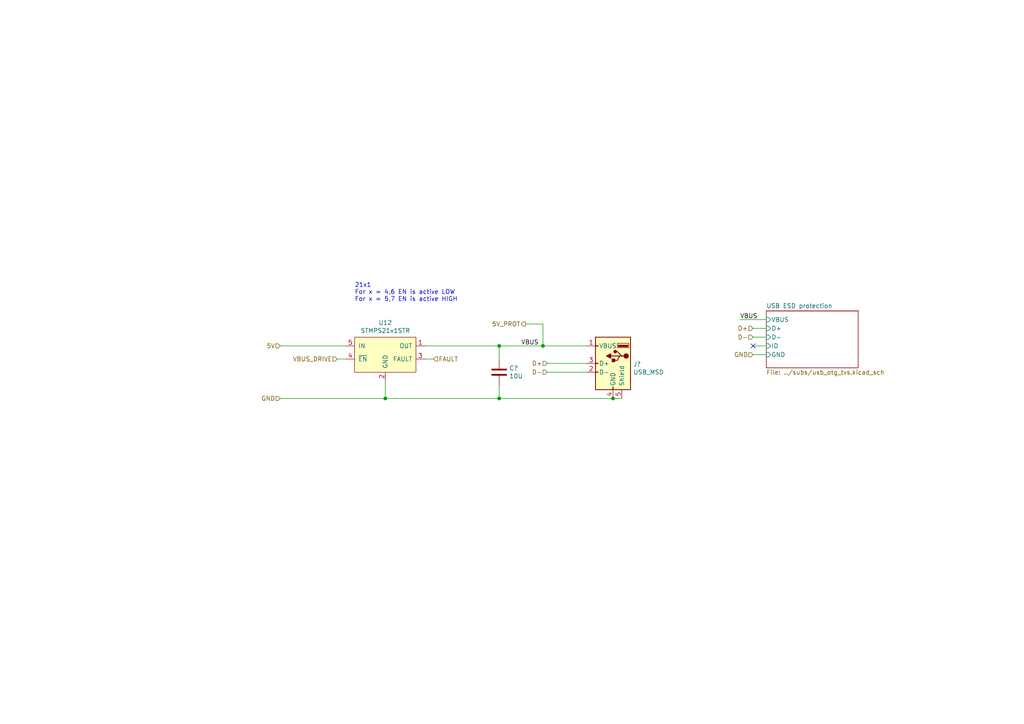
<source format=kicad_sch>
(kicad_sch (version 20211123) (generator eeschema)
  (paper "A4")
  (lib_symbols
    (symbol "Connector:USB_A" (pin_names (offset 1.016))
      (property "Reference" "J" (at -5.08 11.43 0))
      (property "Value" "USB_A" (at -5.08 8.89 0))
      (symbol "USB_A_0_1"
        (rectangle (start -5.08 -7.62) (end 5.08 7.62) (stroke (width 0.254)) (fill (type background)))
        (circle (center -3.81 2.159) (radius 0.635) (stroke (width 0.254)) (fill (type outline)))
        (rectangle (start -1.524 4.826) (end -4.318 5.334) (fill (type outline)))
        (rectangle (start -1.27 4.572) (end -4.572 5.842))
        (circle (center -0.635 3.429) (radius 0.381) (stroke (width 0.254)) (fill (type outline)))
        (rectangle (start -0.127 -7.62) (end 0.127 -6.858))
        (polyline (pts (xy -3.175 2.159) (xy -2.54 2.159) (xy -1.27 3.429) (xy -0.635 3.429)) (stroke (width 0.254)))
        (polyline (pts (xy -2.54 2.159) (xy -1.905 2.159) (xy -1.27 0.889) (xy 0 0.889)) (stroke (width 0.254)))
        (polyline (pts (xy 0.635 2.794) (xy 0.635 1.524) (xy 1.905 2.159) (xy 0.635 2.794)) (stroke (width 0.254)) (fill (type outline)))
        (rectangle (start 0.254 1.27) (end -0.508 0.508) (stroke (width 0.254)) (fill (type outline)))
        (rectangle (start 5.08 -2.667) (end 4.318 -2.413))
        (rectangle (start 5.08 -0.127) (end 4.318 0.127))
        (rectangle (start 5.08 4.953) (end 4.318 5.207))
      )
      (symbol "USB_A_1_1"
        (polyline (pts (xy -1.905 2.159) (xy 0.635 2.159)) (stroke (width 0.254)))
        (pin power_in line (at 7.62 5.08 180) (length 2.54) (name "VBUS") (number "1"))
        (pin bidirectional line (at 7.62 -2.54 180) (length 2.54) (name "D-") (number "2"))
        (pin bidirectional line (at 7.62 0 180) (length 2.54) (name "D+") (number "3"))
        (pin power_in line (at 0 -10.16 90) (length 2.54) (name "GND") (number "4"))
        (pin passive line (at -2.54 -10.16 90) (length 2.54) (name "Shield") (number "5"))
      )
    )
    (symbol "Device:C" (pin_numbers hide) (pin_names (offset 0.254))
      (property "Reference" "C" (at 0.635 2.54 0))
      (property "Value" "C" (at 0.635 -2.54 0))
      (symbol "C_0_1"
        (polyline (pts (xy -2.032 -0.762) (xy 2.032 -0.762)) (stroke (width 0.508)))
        (polyline (pts (xy -2.032 0.762) (xy 2.032 0.762)) (stroke (width 0.508)))
      )
      (symbol "C_1_1"
        (pin passive line (at 0 3.81 270) (length 2.794) (name "~") (number "1"))
        (pin passive line (at 0 -3.81 90) (length 2.794) (name "~") (number "2"))
      )
    )
    (symbol "william_usb:STMPS21x1STR" (pin_names (offset 1.016))
      (property "Reference" "U" (at 7.62 6.35 0))
      (property "Value" "STMPS21x1STR" (at -2.54 6.35 0))
      (symbol "STMPS21x1STR_0_1"
        (rectangle (start 8.89 -5.08) (end -8.89 5.08) (fill (type background)))
      )
      (symbol "STMPS21x1STR_1_1"
        (pin power_out line (at 11.43 2.54 180) (length 2.54) (name "OUT") (number "1"))
        (pin power_in line (at 0 -7.62 90) (length 2.54) (name "GND") (number "2"))
        (pin output line (at 11.43 -1.27 180) (length 2.54) (name "FAULT") (number "3"))
        (pin input line (at -11.43 -1.27 0) (length 2.54) (name "~{EN}") (number "4"))
        (pin power_in line (at -11.43 2.54 0) (length 2.54) (name "IN") (number "5"))
      )
    )
  )
  (junction (at 144.78 115.57))
  (junction (at 177.8 115.57))
  (junction (at 157.48 100.33))
  (junction (at 111.76 115.57))
  (junction (at 144.78 100.33))
  (no_connect (at 218.44 100.33))
  (wire (pts (xy 144.78 100.33) (xy 157.48 100.33)))
  (wire (pts (xy 180.34 115.57) (xy 177.8 115.57)))
  (wire (pts (xy 157.48 93.98) (xy 157.48 100.33)))
  (wire (pts (xy 97.79 104.14) (xy 100.33 104.14)))
  (wire (pts (xy 218.44 100.33) (xy 222.25 100.33)))
  (wire (pts (xy 125.73 104.14) (xy 123.19 104.14)))
  (wire (pts (xy 214.63 92.71) (xy 222.25 92.71)))
  (wire (pts (xy 111.76 115.57) (xy 144.78 115.57)))
  (wire (pts (xy 218.44 102.87) (xy 222.25 102.87)))
  (wire (pts (xy 158.75 105.41) (xy 170.18 105.41)))
  (wire (pts (xy 144.78 111.76) (xy 144.78 115.57)))
  (wire (pts (xy 152.4 93.98) (xy 157.48 93.98)))
  (wire (pts (xy 111.76 110.49) (xy 111.76 115.57)))
  (wire (pts (xy 81.28 100.33) (xy 100.33 100.33)))
  (wire (pts (xy 218.44 97.79) (xy 222.25 97.79)))
  (wire (pts (xy 157.48 100.33) (xy 170.18 100.33)))
  (wire (pts (xy 170.18 107.95) (xy 158.75 107.95)))
  (wire (pts (xy 144.78 104.14) (xy 144.78 100.33)))
  (wire (pts (xy 81.28 115.57) (xy 111.76 115.57)))
  (wire (pts (xy 123.19 100.33) (xy 144.78 100.33)))
  (wire (pts (xy 144.78 115.57) (xy 177.8 115.57)))
  (wire (pts (xy 218.44 95.25) (xy 222.25 95.25)))
  (text "21x1\nFor x = 4,6 EN is active LOW\nFor x = 5,7 EN is active HIGH" (at 102.87 87.63 0) (effects (font (size 1.27 1.27)) (justify left bottom)))
  (label "VBUS" (at 151.13 100.33 0))
  (label "VBUS" (at 214.63 92.71 0))
  (hierarchical_label "5V_PROT" (shape output) (at 152.4 93.98 180))
  (hierarchical_label "D+" (shape input) (at 218.44 95.25 180))
  (hierarchical_label "5V" (shape input) (at 81.28 100.33 180))
  (hierarchical_label "GND" (shape input) (at 81.28 115.57 180))
  (hierarchical_label "GND" (shape input) (at 218.44 102.87 180))
  (hierarchical_label "D+" (shape input) (at 158.75 105.41 180))
  (hierarchical_label "FAULT" (shape input) (at 125.73 104.14 0))
  (hierarchical_label "D-" (shape input) (at 218.44 97.79 180))
  (hierarchical_label "D-" (shape input) (at 158.75 107.95 180))
  (hierarchical_label "VBUS_DRIVE" (shape input) (at 97.79 104.14 180))
  (symbol (lib_id "Connector:USB_A") (at 177.8 105.41 0) (mirror y) (unit 1)
    (property "Reference" "J?" (at 183.642 105.6386 0) (effects (justify right)))
    (property "Value" "USB_MSD" (at 183.642 107.95 0) (effects (justify right)))
    (property "Footprint" "william_usb:UJ2-AV-1-TH" (effects hide))
    (property "Datasheet" " ~" (effects hide))
  )
  (symbol (lib_id "Device:C") (at 144.78 107.95 0) (unit 1)
    (property "Reference" "C?" (at 147.701 106.7816 0) (effects (justify left)))
    (property "Value" "10U" (at 147.701 109.093 0) (effects (justify left)))
    (property "Footprint" "Capacitor_SMD:C_0805_2012Metric" (effects hide))
  )
  (symbol (lib_id "william_usb:STMPS21x1STR") (at 111.76 102.87 0) (unit 1)
    (property "Reference" "U12" (at 111.76 93.599 0))
    (property "Value" "STMPS21x1STR" (at 111.76 95.9104 0))
    (property "Footprint" "Package_TO_SOT_SMD:TSOT-23-5" (effects hide))
  )
  (sheet (at 222.25 90.17) (size 26.67 16.51)
    (property "Sheet name" "USB ESD protection" (at 222.25 89.4584 0) (effects (justify left bottom)))
    (property "Sheet file" "../subs/usb_otg_tvs.kicad_sch" (at 222.25 107.2646 0) (effects (justify left top)))
    (pin "D+" input (at 222.25 95.25 180))
    (pin "D-" input (at 222.25 97.79 180))
    (pin "GND" input (at 222.25 102.87 180))
    (pin "VBUS" input (at 222.25 92.71 180))
    (pin "ID" input (at 222.25 100.33 180))
  )
)
</source>
